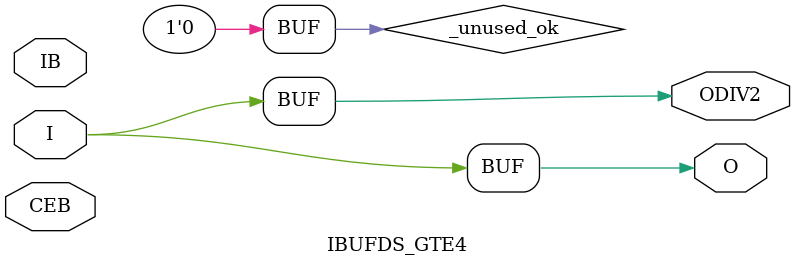
<source format=sv>
module IBUFDS_GTE4 (
	input  logic I,
	input  logic IB,
	input  logic CEB,
	output logic O,
	output logic ODIV2
);

always_comb  O = I;

always_comb ODIV2 = I;  // ouch

wire _unused_ok = &{
	1'b0,
	IB,
	CEB,
	1'b0
};

endmodule


</source>
